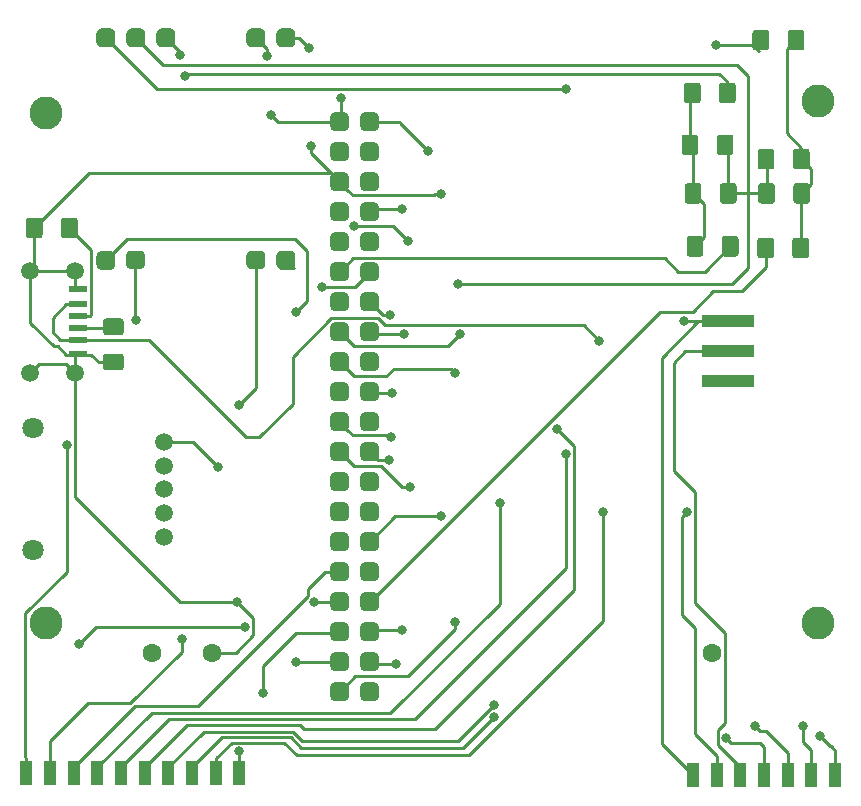
<source format=gbr>
G04 #@! TF.GenerationSoftware,KiCad,Pcbnew,5.1.9+dfsg1-1*
G04 #@! TF.CreationDate,2022-02-14T22:33:46+00:00*
G04 #@! TF.ProjectId,gbc_retrozero_screen_rev_b,6762635f-7265-4747-926f-7a65726f5f73,rev?*
G04 #@! TF.SameCoordinates,Original*
G04 #@! TF.FileFunction,Copper,L2,Bot*
G04 #@! TF.FilePolarity,Positive*
%FSLAX46Y46*%
G04 Gerber Fmt 4.6, Leading zero omitted, Abs format (unit mm)*
G04 Created by KiCad (PCBNEW 5.1.9+dfsg1-1) date 2022-02-14 22:33:46*
%MOMM*%
%LPD*%
G01*
G04 APERTURE LIST*
G04 #@! TA.AperFunction,ComponentPad*
%ADD10C,2.800000*%
G04 #@! TD*
G04 #@! TA.AperFunction,SMDPad,CuDef*
%ADD11R,4.500000X1.000000*%
G04 #@! TD*
G04 #@! TA.AperFunction,ComponentPad*
%ADD12C,1.500000*%
G04 #@! TD*
G04 #@! TA.AperFunction,ComponentPad*
%ADD13C,1.800000*%
G04 #@! TD*
G04 #@! TA.AperFunction,SMDPad,CuDef*
%ADD14R,1.500000X0.500000*%
G04 #@! TD*
G04 #@! TA.AperFunction,SMDPad,CuDef*
%ADD15R,1.500000X0.600000*%
G04 #@! TD*
G04 #@! TA.AperFunction,SMDPad,CuDef*
%ADD16R,1.000000X2.000000*%
G04 #@! TD*
G04 #@! TA.AperFunction,ComponentPad*
%ADD17C,1.600000*%
G04 #@! TD*
G04 #@! TA.AperFunction,ViaPad*
%ADD18C,0.800000*%
G04 #@! TD*
G04 #@! TA.AperFunction,Conductor*
%ADD19C,0.250000*%
G04 #@! TD*
G04 APERTURE END LIST*
G04 #@! TA.AperFunction,SMDPad,CuDef*
G36*
G01*
X57820000Y-56250000D02*
X57820000Y-55450000D01*
G75*
G02*
X58220000Y-55050000I400000J0D01*
G01*
X59020000Y-55050000D01*
G75*
G02*
X59420000Y-55450000I0J-400000D01*
G01*
X59420000Y-56250000D01*
G75*
G02*
X59020000Y-56650000I-400000J0D01*
G01*
X58220000Y-56650000D01*
G75*
G02*
X57820000Y-56250000I0J400000D01*
G01*
G37*
G04 #@! TD.AperFunction*
G04 #@! TA.AperFunction,SMDPad,CuDef*
G36*
G01*
X60360000Y-56250000D02*
X60360000Y-55450000D01*
G75*
G02*
X60760000Y-55050000I400000J0D01*
G01*
X61560000Y-55050000D01*
G75*
G02*
X61960000Y-55450000I0J-400000D01*
G01*
X61960000Y-56250000D01*
G75*
G02*
X61560000Y-56650000I-400000J0D01*
G01*
X60760000Y-56650000D01*
G75*
G02*
X60360000Y-56250000I0J400000D01*
G01*
G37*
G04 #@! TD.AperFunction*
G04 #@! TA.AperFunction,SMDPad,CuDef*
G36*
G01*
X62900000Y-56250000D02*
X62900000Y-55450000D01*
G75*
G02*
X63300000Y-55050000I400000J0D01*
G01*
X64100000Y-55050000D01*
G75*
G02*
X64500000Y-55450000I0J-400000D01*
G01*
X64500000Y-56250000D01*
G75*
G02*
X64100000Y-56650000I-400000J0D01*
G01*
X63300000Y-56650000D01*
G75*
G02*
X62900000Y-56250000I0J400000D01*
G01*
G37*
G04 #@! TD.AperFunction*
G04 #@! TA.AperFunction,SMDPad,CuDef*
G36*
G01*
X70520000Y-56250000D02*
X70520000Y-55450000D01*
G75*
G02*
X70920000Y-55050000I400000J0D01*
G01*
X71720000Y-55050000D01*
G75*
G02*
X72120000Y-55450000I0J-400000D01*
G01*
X72120000Y-56250000D01*
G75*
G02*
X71720000Y-56650000I-400000J0D01*
G01*
X70920000Y-56650000D01*
G75*
G02*
X70520000Y-56250000I0J400000D01*
G01*
G37*
G04 #@! TD.AperFunction*
G04 #@! TA.AperFunction,SMDPad,CuDef*
G36*
G01*
X73060000Y-56250000D02*
X73060000Y-55450000D01*
G75*
G02*
X73460000Y-55050000I400000J0D01*
G01*
X74260000Y-55050000D01*
G75*
G02*
X74660000Y-55450000I0J-400000D01*
G01*
X74660000Y-56250000D01*
G75*
G02*
X74260000Y-56650000I-400000J0D01*
G01*
X73460000Y-56650000D01*
G75*
G02*
X73060000Y-56250000I0J400000D01*
G01*
G37*
G04 #@! TD.AperFunction*
G04 #@! TA.AperFunction,SMDPad,CuDef*
G36*
G01*
X57820000Y-75096800D02*
X57820000Y-74296800D01*
G75*
G02*
X58220000Y-73896800I400000J0D01*
G01*
X59020000Y-73896800D01*
G75*
G02*
X59420000Y-74296800I0J-400000D01*
G01*
X59420000Y-75096800D01*
G75*
G02*
X59020000Y-75496800I-400000J0D01*
G01*
X58220000Y-75496800D01*
G75*
G02*
X57820000Y-75096800I0J400000D01*
G01*
G37*
G04 #@! TD.AperFunction*
G04 #@! TA.AperFunction,SMDPad,CuDef*
G36*
G01*
X60321900Y-75058700D02*
X60321900Y-74258700D01*
G75*
G02*
X60721900Y-73858700I400000J0D01*
G01*
X61521900Y-73858700D01*
G75*
G02*
X61921900Y-74258700I0J-400000D01*
G01*
X61921900Y-75058700D01*
G75*
G02*
X61521900Y-75458700I-400000J0D01*
G01*
X60721900Y-75458700D01*
G75*
G02*
X60321900Y-75058700I0J400000D01*
G01*
G37*
G04 #@! TD.AperFunction*
G04 #@! TA.AperFunction,SMDPad,CuDef*
G36*
G01*
X70520000Y-75058700D02*
X70520000Y-74258700D01*
G75*
G02*
X70920000Y-73858700I400000J0D01*
G01*
X71720000Y-73858700D01*
G75*
G02*
X72120000Y-74258700I0J-400000D01*
G01*
X72120000Y-75058700D01*
G75*
G02*
X71720000Y-75458700I-400000J0D01*
G01*
X70920000Y-75458700D01*
G75*
G02*
X70520000Y-75058700I0J400000D01*
G01*
G37*
G04 #@! TD.AperFunction*
G04 #@! TA.AperFunction,SMDPad,CuDef*
G36*
G01*
X73060000Y-75058700D02*
X73060000Y-74258700D01*
G75*
G02*
X73460000Y-73858700I400000J0D01*
G01*
X74260000Y-73858700D01*
G75*
G02*
X74660000Y-74258700I0J-400000D01*
G01*
X74660000Y-75058700D01*
G75*
G02*
X74260000Y-75458700I-400000J0D01*
G01*
X73460000Y-75458700D01*
G75*
G02*
X73060000Y-75058700I0J400000D01*
G01*
G37*
G04 #@! TD.AperFunction*
G04 #@! TA.AperFunction,SMDPad,CuDef*
G36*
G01*
X80540000Y-62150000D02*
X81340000Y-62150000D01*
G75*
G02*
X81740000Y-62550000I0J-400000D01*
G01*
X81740000Y-63350000D01*
G75*
G02*
X81340000Y-63750000I-400000J0D01*
G01*
X80540000Y-63750000D01*
G75*
G02*
X80140000Y-63350000I0J400000D01*
G01*
X80140000Y-62550000D01*
G75*
G02*
X80540000Y-62150000I400000J0D01*
G01*
G37*
G04 #@! TD.AperFunction*
G04 #@! TA.AperFunction,SMDPad,CuDef*
G36*
G01*
X78000000Y-62150000D02*
X78800000Y-62150000D01*
G75*
G02*
X79200000Y-62550000I0J-400000D01*
G01*
X79200000Y-63350000D01*
G75*
G02*
X78800000Y-63750000I-400000J0D01*
G01*
X78000000Y-63750000D01*
G75*
G02*
X77600000Y-63350000I0J400000D01*
G01*
X77600000Y-62550000D01*
G75*
G02*
X78000000Y-62150000I400000J0D01*
G01*
G37*
G04 #@! TD.AperFunction*
G04 #@! TA.AperFunction,SMDPad,CuDef*
G36*
G01*
X80540000Y-64690000D02*
X81340000Y-64690000D01*
G75*
G02*
X81740000Y-65090000I0J-400000D01*
G01*
X81740000Y-65890000D01*
G75*
G02*
X81340000Y-66290000I-400000J0D01*
G01*
X80540000Y-66290000D01*
G75*
G02*
X80140000Y-65890000I0J400000D01*
G01*
X80140000Y-65090000D01*
G75*
G02*
X80540000Y-64690000I400000J0D01*
G01*
G37*
G04 #@! TD.AperFunction*
G04 #@! TA.AperFunction,SMDPad,CuDef*
G36*
G01*
X78000000Y-64690000D02*
X78800000Y-64690000D01*
G75*
G02*
X79200000Y-65090000I0J-400000D01*
G01*
X79200000Y-65890000D01*
G75*
G02*
X78800000Y-66290000I-400000J0D01*
G01*
X78000000Y-66290000D01*
G75*
G02*
X77600000Y-65890000I0J400000D01*
G01*
X77600000Y-65090000D01*
G75*
G02*
X78000000Y-64690000I400000J0D01*
G01*
G37*
G04 #@! TD.AperFunction*
G04 #@! TA.AperFunction,SMDPad,CuDef*
G36*
G01*
X80540000Y-67230000D02*
X81340000Y-67230000D01*
G75*
G02*
X81740000Y-67630000I0J-400000D01*
G01*
X81740000Y-68430000D01*
G75*
G02*
X81340000Y-68830000I-400000J0D01*
G01*
X80540000Y-68830000D01*
G75*
G02*
X80140000Y-68430000I0J400000D01*
G01*
X80140000Y-67630000D01*
G75*
G02*
X80540000Y-67230000I400000J0D01*
G01*
G37*
G04 #@! TD.AperFunction*
G04 #@! TA.AperFunction,SMDPad,CuDef*
G36*
G01*
X78000000Y-67230000D02*
X78800000Y-67230000D01*
G75*
G02*
X79200000Y-67630000I0J-400000D01*
G01*
X79200000Y-68430000D01*
G75*
G02*
X78800000Y-68830000I-400000J0D01*
G01*
X78000000Y-68830000D01*
G75*
G02*
X77600000Y-68430000I0J400000D01*
G01*
X77600000Y-67630000D01*
G75*
G02*
X78000000Y-67230000I400000J0D01*
G01*
G37*
G04 #@! TD.AperFunction*
G04 #@! TA.AperFunction,SMDPad,CuDef*
G36*
G01*
X80540000Y-69770000D02*
X81340000Y-69770000D01*
G75*
G02*
X81740000Y-70170000I0J-400000D01*
G01*
X81740000Y-70970000D01*
G75*
G02*
X81340000Y-71370000I-400000J0D01*
G01*
X80540000Y-71370000D01*
G75*
G02*
X80140000Y-70970000I0J400000D01*
G01*
X80140000Y-70170000D01*
G75*
G02*
X80540000Y-69770000I400000J0D01*
G01*
G37*
G04 #@! TD.AperFunction*
G04 #@! TA.AperFunction,SMDPad,CuDef*
G36*
G01*
X78000000Y-69770000D02*
X78800000Y-69770000D01*
G75*
G02*
X79200000Y-70170000I0J-400000D01*
G01*
X79200000Y-70970000D01*
G75*
G02*
X78800000Y-71370000I-400000J0D01*
G01*
X78000000Y-71370000D01*
G75*
G02*
X77600000Y-70970000I0J400000D01*
G01*
X77600000Y-70170000D01*
G75*
G02*
X78000000Y-69770000I400000J0D01*
G01*
G37*
G04 #@! TD.AperFunction*
G04 #@! TA.AperFunction,SMDPad,CuDef*
G36*
G01*
X80540000Y-72310000D02*
X81340000Y-72310000D01*
G75*
G02*
X81740000Y-72710000I0J-400000D01*
G01*
X81740000Y-73510000D01*
G75*
G02*
X81340000Y-73910000I-400000J0D01*
G01*
X80540000Y-73910000D01*
G75*
G02*
X80140000Y-73510000I0J400000D01*
G01*
X80140000Y-72710000D01*
G75*
G02*
X80540000Y-72310000I400000J0D01*
G01*
G37*
G04 #@! TD.AperFunction*
G04 #@! TA.AperFunction,SMDPad,CuDef*
G36*
G01*
X78000000Y-72310000D02*
X78800000Y-72310000D01*
G75*
G02*
X79200000Y-72710000I0J-400000D01*
G01*
X79200000Y-73510000D01*
G75*
G02*
X78800000Y-73910000I-400000J0D01*
G01*
X78000000Y-73910000D01*
G75*
G02*
X77600000Y-73510000I0J400000D01*
G01*
X77600000Y-72710000D01*
G75*
G02*
X78000000Y-72310000I400000J0D01*
G01*
G37*
G04 #@! TD.AperFunction*
G04 #@! TA.AperFunction,SMDPad,CuDef*
G36*
G01*
X80540000Y-74850000D02*
X81340000Y-74850000D01*
G75*
G02*
X81740000Y-75250000I0J-400000D01*
G01*
X81740000Y-76050000D01*
G75*
G02*
X81340000Y-76450000I-400000J0D01*
G01*
X80540000Y-76450000D01*
G75*
G02*
X80140000Y-76050000I0J400000D01*
G01*
X80140000Y-75250000D01*
G75*
G02*
X80540000Y-74850000I400000J0D01*
G01*
G37*
G04 #@! TD.AperFunction*
G04 #@! TA.AperFunction,SMDPad,CuDef*
G36*
G01*
X78000000Y-74850000D02*
X78800000Y-74850000D01*
G75*
G02*
X79200000Y-75250000I0J-400000D01*
G01*
X79200000Y-76050000D01*
G75*
G02*
X78800000Y-76450000I-400000J0D01*
G01*
X78000000Y-76450000D01*
G75*
G02*
X77600000Y-76050000I0J400000D01*
G01*
X77600000Y-75250000D01*
G75*
G02*
X78000000Y-74850000I400000J0D01*
G01*
G37*
G04 #@! TD.AperFunction*
G04 #@! TA.AperFunction,SMDPad,CuDef*
G36*
G01*
X80540000Y-77390000D02*
X81340000Y-77390000D01*
G75*
G02*
X81740000Y-77790000I0J-400000D01*
G01*
X81740000Y-78590000D01*
G75*
G02*
X81340000Y-78990000I-400000J0D01*
G01*
X80540000Y-78990000D01*
G75*
G02*
X80140000Y-78590000I0J400000D01*
G01*
X80140000Y-77790000D01*
G75*
G02*
X80540000Y-77390000I400000J0D01*
G01*
G37*
G04 #@! TD.AperFunction*
G04 #@! TA.AperFunction,SMDPad,CuDef*
G36*
G01*
X78000000Y-77390000D02*
X78800000Y-77390000D01*
G75*
G02*
X79200000Y-77790000I0J-400000D01*
G01*
X79200000Y-78590000D01*
G75*
G02*
X78800000Y-78990000I-400000J0D01*
G01*
X78000000Y-78990000D01*
G75*
G02*
X77600000Y-78590000I0J400000D01*
G01*
X77600000Y-77790000D01*
G75*
G02*
X78000000Y-77390000I400000J0D01*
G01*
G37*
G04 #@! TD.AperFunction*
G04 #@! TA.AperFunction,SMDPad,CuDef*
G36*
G01*
X80540000Y-79930000D02*
X81340000Y-79930000D01*
G75*
G02*
X81740000Y-80330000I0J-400000D01*
G01*
X81740000Y-81130000D01*
G75*
G02*
X81340000Y-81530000I-400000J0D01*
G01*
X80540000Y-81530000D01*
G75*
G02*
X80140000Y-81130000I0J400000D01*
G01*
X80140000Y-80330000D01*
G75*
G02*
X80540000Y-79930000I400000J0D01*
G01*
G37*
G04 #@! TD.AperFunction*
G04 #@! TA.AperFunction,SMDPad,CuDef*
G36*
G01*
X78000000Y-79930000D02*
X78800000Y-79930000D01*
G75*
G02*
X79200000Y-80330000I0J-400000D01*
G01*
X79200000Y-81130000D01*
G75*
G02*
X78800000Y-81530000I-400000J0D01*
G01*
X78000000Y-81530000D01*
G75*
G02*
X77600000Y-81130000I0J400000D01*
G01*
X77600000Y-80330000D01*
G75*
G02*
X78000000Y-79930000I400000J0D01*
G01*
G37*
G04 #@! TD.AperFunction*
G04 #@! TA.AperFunction,SMDPad,CuDef*
G36*
G01*
X80540000Y-82470000D02*
X81340000Y-82470000D01*
G75*
G02*
X81740000Y-82870000I0J-400000D01*
G01*
X81740000Y-83670000D01*
G75*
G02*
X81340000Y-84070000I-400000J0D01*
G01*
X80540000Y-84070000D01*
G75*
G02*
X80140000Y-83670000I0J400000D01*
G01*
X80140000Y-82870000D01*
G75*
G02*
X80540000Y-82470000I400000J0D01*
G01*
G37*
G04 #@! TD.AperFunction*
G04 #@! TA.AperFunction,SMDPad,CuDef*
G36*
G01*
X78000000Y-82470000D02*
X78800000Y-82470000D01*
G75*
G02*
X79200000Y-82870000I0J-400000D01*
G01*
X79200000Y-83670000D01*
G75*
G02*
X78800000Y-84070000I-400000J0D01*
G01*
X78000000Y-84070000D01*
G75*
G02*
X77600000Y-83670000I0J400000D01*
G01*
X77600000Y-82870000D01*
G75*
G02*
X78000000Y-82470000I400000J0D01*
G01*
G37*
G04 #@! TD.AperFunction*
G04 #@! TA.AperFunction,SMDPad,CuDef*
G36*
G01*
X80540000Y-85010000D02*
X81340000Y-85010000D01*
G75*
G02*
X81740000Y-85410000I0J-400000D01*
G01*
X81740000Y-86210000D01*
G75*
G02*
X81340000Y-86610000I-400000J0D01*
G01*
X80540000Y-86610000D01*
G75*
G02*
X80140000Y-86210000I0J400000D01*
G01*
X80140000Y-85410000D01*
G75*
G02*
X80540000Y-85010000I400000J0D01*
G01*
G37*
G04 #@! TD.AperFunction*
G04 #@! TA.AperFunction,SMDPad,CuDef*
G36*
G01*
X78000000Y-85010000D02*
X78800000Y-85010000D01*
G75*
G02*
X79200000Y-85410000I0J-400000D01*
G01*
X79200000Y-86210000D01*
G75*
G02*
X78800000Y-86610000I-400000J0D01*
G01*
X78000000Y-86610000D01*
G75*
G02*
X77600000Y-86210000I0J400000D01*
G01*
X77600000Y-85410000D01*
G75*
G02*
X78000000Y-85010000I400000J0D01*
G01*
G37*
G04 #@! TD.AperFunction*
G04 #@! TA.AperFunction,SMDPad,CuDef*
G36*
G01*
X80540000Y-87550000D02*
X81340000Y-87550000D01*
G75*
G02*
X81740000Y-87950000I0J-400000D01*
G01*
X81740000Y-88750000D01*
G75*
G02*
X81340000Y-89150000I-400000J0D01*
G01*
X80540000Y-89150000D01*
G75*
G02*
X80140000Y-88750000I0J400000D01*
G01*
X80140000Y-87950000D01*
G75*
G02*
X80540000Y-87550000I400000J0D01*
G01*
G37*
G04 #@! TD.AperFunction*
G04 #@! TA.AperFunction,SMDPad,CuDef*
G36*
G01*
X78000000Y-87550000D02*
X78800000Y-87550000D01*
G75*
G02*
X79200000Y-87950000I0J-400000D01*
G01*
X79200000Y-88750000D01*
G75*
G02*
X78800000Y-89150000I-400000J0D01*
G01*
X78000000Y-89150000D01*
G75*
G02*
X77600000Y-88750000I0J400000D01*
G01*
X77600000Y-87950000D01*
G75*
G02*
X78000000Y-87550000I400000J0D01*
G01*
G37*
G04 #@! TD.AperFunction*
G04 #@! TA.AperFunction,SMDPad,CuDef*
G36*
G01*
X80540000Y-90090000D02*
X81340000Y-90090000D01*
G75*
G02*
X81740000Y-90490000I0J-400000D01*
G01*
X81740000Y-91290000D01*
G75*
G02*
X81340000Y-91690000I-400000J0D01*
G01*
X80540000Y-91690000D01*
G75*
G02*
X80140000Y-91290000I0J400000D01*
G01*
X80140000Y-90490000D01*
G75*
G02*
X80540000Y-90090000I400000J0D01*
G01*
G37*
G04 #@! TD.AperFunction*
G04 #@! TA.AperFunction,SMDPad,CuDef*
G36*
G01*
X78000000Y-90090000D02*
X78800000Y-90090000D01*
G75*
G02*
X79200000Y-90490000I0J-400000D01*
G01*
X79200000Y-91290000D01*
G75*
G02*
X78800000Y-91690000I-400000J0D01*
G01*
X78000000Y-91690000D01*
G75*
G02*
X77600000Y-91290000I0J400000D01*
G01*
X77600000Y-90490000D01*
G75*
G02*
X78000000Y-90090000I400000J0D01*
G01*
G37*
G04 #@! TD.AperFunction*
G04 #@! TA.AperFunction,SMDPad,CuDef*
G36*
G01*
X80540000Y-92630000D02*
X81340000Y-92630000D01*
G75*
G02*
X81740000Y-93030000I0J-400000D01*
G01*
X81740000Y-93830000D01*
G75*
G02*
X81340000Y-94230000I-400000J0D01*
G01*
X80540000Y-94230000D01*
G75*
G02*
X80140000Y-93830000I0J400000D01*
G01*
X80140000Y-93030000D01*
G75*
G02*
X80540000Y-92630000I400000J0D01*
G01*
G37*
G04 #@! TD.AperFunction*
G04 #@! TA.AperFunction,SMDPad,CuDef*
G36*
G01*
X78000000Y-92630000D02*
X78800000Y-92630000D01*
G75*
G02*
X79200000Y-93030000I0J-400000D01*
G01*
X79200000Y-93830000D01*
G75*
G02*
X78800000Y-94230000I-400000J0D01*
G01*
X78000000Y-94230000D01*
G75*
G02*
X77600000Y-93830000I0J400000D01*
G01*
X77600000Y-93030000D01*
G75*
G02*
X78000000Y-92630000I400000J0D01*
G01*
G37*
G04 #@! TD.AperFunction*
G04 #@! TA.AperFunction,SMDPad,CuDef*
G36*
G01*
X80540000Y-95170000D02*
X81340000Y-95170000D01*
G75*
G02*
X81740000Y-95570000I0J-400000D01*
G01*
X81740000Y-96370000D01*
G75*
G02*
X81340000Y-96770000I-400000J0D01*
G01*
X80540000Y-96770000D01*
G75*
G02*
X80140000Y-96370000I0J400000D01*
G01*
X80140000Y-95570000D01*
G75*
G02*
X80540000Y-95170000I400000J0D01*
G01*
G37*
G04 #@! TD.AperFunction*
G04 #@! TA.AperFunction,SMDPad,CuDef*
G36*
G01*
X78000000Y-95170000D02*
X78800000Y-95170000D01*
G75*
G02*
X79200000Y-95570000I0J-400000D01*
G01*
X79200000Y-96370000D01*
G75*
G02*
X78800000Y-96770000I-400000J0D01*
G01*
X78000000Y-96770000D01*
G75*
G02*
X77600000Y-96370000I0J400000D01*
G01*
X77600000Y-95570000D01*
G75*
G02*
X78000000Y-95170000I400000J0D01*
G01*
G37*
G04 #@! TD.AperFunction*
G04 #@! TA.AperFunction,SMDPad,CuDef*
G36*
G01*
X80540000Y-97710000D02*
X81340000Y-97710000D01*
G75*
G02*
X81740000Y-98110000I0J-400000D01*
G01*
X81740000Y-98910000D01*
G75*
G02*
X81340000Y-99310000I-400000J0D01*
G01*
X80540000Y-99310000D01*
G75*
G02*
X80140000Y-98910000I0J400000D01*
G01*
X80140000Y-98110000D01*
G75*
G02*
X80540000Y-97710000I400000J0D01*
G01*
G37*
G04 #@! TD.AperFunction*
G04 #@! TA.AperFunction,SMDPad,CuDef*
G36*
G01*
X78000000Y-97710000D02*
X78800000Y-97710000D01*
G75*
G02*
X79200000Y-98110000I0J-400000D01*
G01*
X79200000Y-98910000D01*
G75*
G02*
X78800000Y-99310000I-400000J0D01*
G01*
X78000000Y-99310000D01*
G75*
G02*
X77600000Y-98910000I0J400000D01*
G01*
X77600000Y-98110000D01*
G75*
G02*
X78000000Y-97710000I400000J0D01*
G01*
G37*
G04 #@! TD.AperFunction*
G04 #@! TA.AperFunction,SMDPad,CuDef*
G36*
G01*
X80540000Y-100250000D02*
X81340000Y-100250000D01*
G75*
G02*
X81740000Y-100650000I0J-400000D01*
G01*
X81740000Y-101450000D01*
G75*
G02*
X81340000Y-101850000I-400000J0D01*
G01*
X80540000Y-101850000D01*
G75*
G02*
X80140000Y-101450000I0J400000D01*
G01*
X80140000Y-100650000D01*
G75*
G02*
X80540000Y-100250000I400000J0D01*
G01*
G37*
G04 #@! TD.AperFunction*
G04 #@! TA.AperFunction,SMDPad,CuDef*
G36*
G01*
X78000000Y-100250000D02*
X78800000Y-100250000D01*
G75*
G02*
X79200000Y-100650000I0J-400000D01*
G01*
X79200000Y-101450000D01*
G75*
G02*
X78800000Y-101850000I-400000J0D01*
G01*
X78000000Y-101850000D01*
G75*
G02*
X77600000Y-101450000I0J400000D01*
G01*
X77600000Y-100650000D01*
G75*
G02*
X78000000Y-100250000I400000J0D01*
G01*
G37*
G04 #@! TD.AperFunction*
G04 #@! TA.AperFunction,SMDPad,CuDef*
G36*
G01*
X80540000Y-102790000D02*
X81340000Y-102790000D01*
G75*
G02*
X81740000Y-103190000I0J-400000D01*
G01*
X81740000Y-103990000D01*
G75*
G02*
X81340000Y-104390000I-400000J0D01*
G01*
X80540000Y-104390000D01*
G75*
G02*
X80140000Y-103990000I0J400000D01*
G01*
X80140000Y-103190000D01*
G75*
G02*
X80540000Y-102790000I400000J0D01*
G01*
G37*
G04 #@! TD.AperFunction*
G04 #@! TA.AperFunction,SMDPad,CuDef*
G36*
G01*
X78000000Y-102790000D02*
X78800000Y-102790000D01*
G75*
G02*
X79200000Y-103190000I0J-400000D01*
G01*
X79200000Y-103990000D01*
G75*
G02*
X78800000Y-104390000I-400000J0D01*
G01*
X78000000Y-104390000D01*
G75*
G02*
X77600000Y-103990000I0J400000D01*
G01*
X77600000Y-103190000D01*
G75*
G02*
X78000000Y-102790000I400000J0D01*
G01*
G37*
G04 #@! TD.AperFunction*
G04 #@! TA.AperFunction,SMDPad,CuDef*
G36*
G01*
X80540000Y-105330000D02*
X81340000Y-105330000D01*
G75*
G02*
X81740000Y-105730000I0J-400000D01*
G01*
X81740000Y-106530000D01*
G75*
G02*
X81340000Y-106930000I-400000J0D01*
G01*
X80540000Y-106930000D01*
G75*
G02*
X80140000Y-106530000I0J400000D01*
G01*
X80140000Y-105730000D01*
G75*
G02*
X80540000Y-105330000I400000J0D01*
G01*
G37*
G04 #@! TD.AperFunction*
G04 #@! TA.AperFunction,SMDPad,CuDef*
G36*
G01*
X78000000Y-105330000D02*
X78800000Y-105330000D01*
G75*
G02*
X79200000Y-105730000I0J-400000D01*
G01*
X79200000Y-106530000D01*
G75*
G02*
X78800000Y-106930000I-400000J0D01*
G01*
X78000000Y-106930000D01*
G75*
G02*
X77600000Y-106530000I0J400000D01*
G01*
X77600000Y-105730000D01*
G75*
G02*
X78000000Y-105330000I400000J0D01*
G01*
G37*
G04 #@! TD.AperFunction*
G04 #@! TA.AperFunction,SMDPad,CuDef*
G36*
G01*
X80540000Y-107870000D02*
X81340000Y-107870000D01*
G75*
G02*
X81740000Y-108270000I0J-400000D01*
G01*
X81740000Y-109070000D01*
G75*
G02*
X81340000Y-109470000I-400000J0D01*
G01*
X80540000Y-109470000D01*
G75*
G02*
X80140000Y-109070000I0J400000D01*
G01*
X80140000Y-108270000D01*
G75*
G02*
X80540000Y-107870000I400000J0D01*
G01*
G37*
G04 #@! TD.AperFunction*
G04 #@! TA.AperFunction,SMDPad,CuDef*
G36*
G01*
X78000000Y-107870000D02*
X78800000Y-107870000D01*
G75*
G02*
X79200000Y-108270000I0J-400000D01*
G01*
X79200000Y-109070000D01*
G75*
G02*
X78800000Y-109470000I-400000J0D01*
G01*
X78000000Y-109470000D01*
G75*
G02*
X77600000Y-109070000I0J400000D01*
G01*
X77600000Y-108270000D01*
G75*
G02*
X78000000Y-107870000I400000J0D01*
G01*
G37*
G04 #@! TD.AperFunction*
G04 #@! TA.AperFunction,SMDPad,CuDef*
G36*
G01*
X80540000Y-110410000D02*
X81340000Y-110410000D01*
G75*
G02*
X81740000Y-110810000I0J-400000D01*
G01*
X81740000Y-111610000D01*
G75*
G02*
X81340000Y-112010000I-400000J0D01*
G01*
X80540000Y-112010000D01*
G75*
G02*
X80140000Y-111610000I0J400000D01*
G01*
X80140000Y-110810000D01*
G75*
G02*
X80540000Y-110410000I400000J0D01*
G01*
G37*
G04 #@! TD.AperFunction*
G04 #@! TA.AperFunction,SMDPad,CuDef*
G36*
G01*
X78000000Y-110410000D02*
X78800000Y-110410000D01*
G75*
G02*
X79200000Y-110810000I0J-400000D01*
G01*
X79200000Y-111610000D01*
G75*
G02*
X78800000Y-112010000I-400000J0D01*
G01*
X78000000Y-112010000D01*
G75*
G02*
X77600000Y-111610000I0J400000D01*
G01*
X77600000Y-110810000D01*
G75*
G02*
X78000000Y-110410000I400000J0D01*
G01*
G37*
G04 #@! TD.AperFunction*
G04 #@! TA.AperFunction,SMDPad,CuDef*
G36*
G01*
X51827500Y-72575000D02*
X51827500Y-71325000D01*
G75*
G02*
X52077500Y-71075000I250000J0D01*
G01*
X53002500Y-71075000D01*
G75*
G02*
X53252500Y-71325000I0J-250000D01*
G01*
X53252500Y-72575000D01*
G75*
G02*
X53002500Y-72825000I-250000J0D01*
G01*
X52077500Y-72825000D01*
G75*
G02*
X51827500Y-72575000I0J250000D01*
G01*
G37*
G04 #@! TD.AperFunction*
G04 #@! TA.AperFunction,SMDPad,CuDef*
G36*
G01*
X54802500Y-72575000D02*
X54802500Y-71325000D01*
G75*
G02*
X55052500Y-71075000I250000J0D01*
G01*
X55977500Y-71075000D01*
G75*
G02*
X56227500Y-71325000I0J-250000D01*
G01*
X56227500Y-72575000D01*
G75*
G02*
X55977500Y-72825000I-250000J0D01*
G01*
X55052500Y-72825000D01*
G75*
G02*
X54802500Y-72575000I0J250000D01*
G01*
G37*
G04 #@! TD.AperFunction*
D10*
X53526280Y-105401680D03*
X118918580Y-61203140D03*
X53513580Y-62219140D03*
X118918580Y-105399140D03*
D11*
X111280800Y-82389280D03*
X111280800Y-79849280D03*
X111280800Y-84929280D03*
D12*
X63569440Y-90070240D03*
X63569440Y-92076840D03*
X63569440Y-94083440D03*
X63569440Y-96090040D03*
X63569440Y-98096640D03*
D13*
X52444240Y-99252340D03*
X52456940Y-88914540D03*
G04 #@! TA.AperFunction,SMDPad,CuDef*
G36*
G01*
X59875000Y-81037500D02*
X58625000Y-81037500D01*
G75*
G02*
X58375000Y-80787500I0J250000D01*
G01*
X58375000Y-79862500D01*
G75*
G02*
X58625000Y-79612500I250000J0D01*
G01*
X59875000Y-79612500D01*
G75*
G02*
X60125000Y-79862500I0J-250000D01*
G01*
X60125000Y-80787500D01*
G75*
G02*
X59875000Y-81037500I-250000J0D01*
G01*
G37*
G04 #@! TD.AperFunction*
G04 #@! TA.AperFunction,SMDPad,CuDef*
G36*
G01*
X59875000Y-84012500D02*
X58625000Y-84012500D01*
G75*
G02*
X58375000Y-83762500I0J250000D01*
G01*
X58375000Y-82837500D01*
G75*
G02*
X58625000Y-82587500I250000J0D01*
G01*
X59875000Y-82587500D01*
G75*
G02*
X60125000Y-82837500I0J-250000D01*
G01*
X60125000Y-83762500D01*
G75*
G02*
X59875000Y-84012500I-250000J0D01*
G01*
G37*
G04 #@! TD.AperFunction*
G04 #@! TA.AperFunction,SMDPad,CuDef*
G36*
G01*
X115267500Y-68395000D02*
X115267500Y-69645000D01*
G75*
G02*
X115017500Y-69895000I-250000J0D01*
G01*
X114092500Y-69895000D01*
G75*
G02*
X113842500Y-69645000I0J250000D01*
G01*
X113842500Y-68395000D01*
G75*
G02*
X114092500Y-68145000I250000J0D01*
G01*
X115017500Y-68145000D01*
G75*
G02*
X115267500Y-68395000I0J-250000D01*
G01*
G37*
G04 #@! TD.AperFunction*
G04 #@! TA.AperFunction,SMDPad,CuDef*
G36*
G01*
X118242500Y-68395000D02*
X118242500Y-69645000D01*
G75*
G02*
X117992500Y-69895000I-250000J0D01*
G01*
X117067500Y-69895000D01*
G75*
G02*
X116817500Y-69645000I0J250000D01*
G01*
X116817500Y-68395000D01*
G75*
G02*
X117067500Y-68145000I250000J0D01*
G01*
X117992500Y-68145000D01*
G75*
G02*
X118242500Y-68395000I0J-250000D01*
G01*
G37*
G04 #@! TD.AperFunction*
G04 #@! TA.AperFunction,SMDPad,CuDef*
G36*
G01*
X112017500Y-68395000D02*
X112017500Y-69645000D01*
G75*
G02*
X111767500Y-69895000I-250000J0D01*
G01*
X110842500Y-69895000D01*
G75*
G02*
X110592500Y-69645000I0J250000D01*
G01*
X110592500Y-68395000D01*
G75*
G02*
X110842500Y-68145000I250000J0D01*
G01*
X111767500Y-68145000D01*
G75*
G02*
X112017500Y-68395000I0J-250000D01*
G01*
G37*
G04 #@! TD.AperFunction*
G04 #@! TA.AperFunction,SMDPad,CuDef*
G36*
G01*
X109042500Y-68395000D02*
X109042500Y-69645000D01*
G75*
G02*
X108792500Y-69895000I-250000J0D01*
G01*
X107867500Y-69895000D01*
G75*
G02*
X107617500Y-69645000I0J250000D01*
G01*
X107617500Y-68395000D01*
G75*
G02*
X107867500Y-68145000I250000J0D01*
G01*
X108792500Y-68145000D01*
G75*
G02*
X109042500Y-68395000I0J-250000D01*
G01*
G37*
G04 #@! TD.AperFunction*
G04 #@! TA.AperFunction,SMDPad,CuDef*
G36*
G01*
X113357500Y-56665000D02*
X113357500Y-55415000D01*
G75*
G02*
X113607500Y-55165000I250000J0D01*
G01*
X114532500Y-55165000D01*
G75*
G02*
X114782500Y-55415000I0J-250000D01*
G01*
X114782500Y-56665000D01*
G75*
G02*
X114532500Y-56915000I-250000J0D01*
G01*
X113607500Y-56915000D01*
G75*
G02*
X113357500Y-56665000I0J250000D01*
G01*
G37*
G04 #@! TD.AperFunction*
G04 #@! TA.AperFunction,SMDPad,CuDef*
G36*
G01*
X116332500Y-56665000D02*
X116332500Y-55415000D01*
G75*
G02*
X116582500Y-55165000I250000J0D01*
G01*
X117507500Y-55165000D01*
G75*
G02*
X117757500Y-55415000I0J-250000D01*
G01*
X117757500Y-56665000D01*
G75*
G02*
X117507500Y-56915000I-250000J0D01*
G01*
X116582500Y-56915000D01*
G75*
G02*
X116332500Y-56665000I0J250000D01*
G01*
G37*
G04 #@! TD.AperFunction*
G04 #@! TA.AperFunction,SMDPad,CuDef*
G36*
G01*
X108972500Y-59895000D02*
X108972500Y-61145000D01*
G75*
G02*
X108722500Y-61395000I-250000J0D01*
G01*
X107797500Y-61395000D01*
G75*
G02*
X107547500Y-61145000I0J250000D01*
G01*
X107547500Y-59895000D01*
G75*
G02*
X107797500Y-59645000I250000J0D01*
G01*
X108722500Y-59645000D01*
G75*
G02*
X108972500Y-59895000I0J-250000D01*
G01*
G37*
G04 #@! TD.AperFunction*
G04 #@! TA.AperFunction,SMDPad,CuDef*
G36*
G01*
X111947500Y-59895000D02*
X111947500Y-61145000D01*
G75*
G02*
X111697500Y-61395000I-250000J0D01*
G01*
X110772500Y-61395000D01*
G75*
G02*
X110522500Y-61145000I0J250000D01*
G01*
X110522500Y-59895000D01*
G75*
G02*
X110772500Y-59645000I250000J0D01*
G01*
X111697500Y-59645000D01*
G75*
G02*
X111947500Y-59895000I0J-250000D01*
G01*
G37*
G04 #@! TD.AperFunction*
G04 #@! TA.AperFunction,SMDPad,CuDef*
G36*
G01*
X118162500Y-73025000D02*
X118162500Y-74275000D01*
G75*
G02*
X117912500Y-74525000I-250000J0D01*
G01*
X116987500Y-74525000D01*
G75*
G02*
X116737500Y-74275000I0J250000D01*
G01*
X116737500Y-73025000D01*
G75*
G02*
X116987500Y-72775000I250000J0D01*
G01*
X117912500Y-72775000D01*
G75*
G02*
X118162500Y-73025000I0J-250000D01*
G01*
G37*
G04 #@! TD.AperFunction*
G04 #@! TA.AperFunction,SMDPad,CuDef*
G36*
G01*
X115187500Y-73025000D02*
X115187500Y-74275000D01*
G75*
G02*
X114937500Y-74525000I-250000J0D01*
G01*
X114012500Y-74525000D01*
G75*
G02*
X113762500Y-74275000I0J250000D01*
G01*
X113762500Y-73025000D01*
G75*
G02*
X114012500Y-72775000I250000J0D01*
G01*
X114937500Y-72775000D01*
G75*
G02*
X115187500Y-73025000I0J-250000D01*
G01*
G37*
G04 #@! TD.AperFunction*
G04 #@! TA.AperFunction,SMDPad,CuDef*
G36*
G01*
X110752500Y-74125000D02*
X110752500Y-72875000D01*
G75*
G02*
X111002500Y-72625000I250000J0D01*
G01*
X111927500Y-72625000D01*
G75*
G02*
X112177500Y-72875000I0J-250000D01*
G01*
X112177500Y-74125000D01*
G75*
G02*
X111927500Y-74375000I-250000J0D01*
G01*
X111002500Y-74375000D01*
G75*
G02*
X110752500Y-74125000I0J250000D01*
G01*
G37*
G04 #@! TD.AperFunction*
G04 #@! TA.AperFunction,SMDPad,CuDef*
G36*
G01*
X107777500Y-74125000D02*
X107777500Y-72875000D01*
G75*
G02*
X108027500Y-72625000I250000J0D01*
G01*
X108952500Y-72625000D01*
G75*
G02*
X109202500Y-72875000I0J-250000D01*
G01*
X109202500Y-74125000D01*
G75*
G02*
X108952500Y-74375000I-250000J0D01*
G01*
X108027500Y-74375000D01*
G75*
G02*
X107777500Y-74125000I0J250000D01*
G01*
G37*
G04 #@! TD.AperFunction*
G04 #@! TA.AperFunction,SMDPad,CuDef*
G36*
G01*
X115217500Y-65485000D02*
X115217500Y-66735000D01*
G75*
G02*
X114967500Y-66985000I-250000J0D01*
G01*
X114042500Y-66985000D01*
G75*
G02*
X113792500Y-66735000I0J250000D01*
G01*
X113792500Y-65485000D01*
G75*
G02*
X114042500Y-65235000I250000J0D01*
G01*
X114967500Y-65235000D01*
G75*
G02*
X115217500Y-65485000I0J-250000D01*
G01*
G37*
G04 #@! TD.AperFunction*
G04 #@! TA.AperFunction,SMDPad,CuDef*
G36*
G01*
X118192500Y-65485000D02*
X118192500Y-66735000D01*
G75*
G02*
X117942500Y-66985000I-250000J0D01*
G01*
X117017500Y-66985000D01*
G75*
G02*
X116767500Y-66735000I0J250000D01*
G01*
X116767500Y-65485000D01*
G75*
G02*
X117017500Y-65235000I250000J0D01*
G01*
X117942500Y-65235000D01*
G75*
G02*
X118192500Y-65485000I0J-250000D01*
G01*
G37*
G04 #@! TD.AperFunction*
G04 #@! TA.AperFunction,SMDPad,CuDef*
G36*
G01*
X111752500Y-64295000D02*
X111752500Y-65545000D01*
G75*
G02*
X111502500Y-65795000I-250000J0D01*
G01*
X110577500Y-65795000D01*
G75*
G02*
X110327500Y-65545000I0J250000D01*
G01*
X110327500Y-64295000D01*
G75*
G02*
X110577500Y-64045000I250000J0D01*
G01*
X111502500Y-64045000D01*
G75*
G02*
X111752500Y-64295000I0J-250000D01*
G01*
G37*
G04 #@! TD.AperFunction*
G04 #@! TA.AperFunction,SMDPad,CuDef*
G36*
G01*
X108777500Y-64295000D02*
X108777500Y-65545000D01*
G75*
G02*
X108527500Y-65795000I-250000J0D01*
G01*
X107602500Y-65795000D01*
G75*
G02*
X107352500Y-65545000I0J250000D01*
G01*
X107352500Y-64295000D01*
G75*
G02*
X107602500Y-64045000I250000J0D01*
G01*
X108527500Y-64045000D01*
G75*
G02*
X108777500Y-64295000I0J-250000D01*
G01*
G37*
G04 #@! TD.AperFunction*
D14*
X56274000Y-79402000D03*
X56279080Y-80418000D03*
X56279080Y-81428920D03*
X56268920Y-78380920D03*
D15*
X56279080Y-82658280D03*
X56268920Y-77151560D03*
D12*
X56020000Y-84228000D03*
X56020000Y-75592000D03*
X52222700Y-75592000D03*
X52222700Y-84228000D03*
D16*
X57901840Y-118110000D03*
X59903360Y-118110000D03*
X61904880Y-118110000D03*
X63911480Y-118110000D03*
X65913000Y-118110000D03*
X55900320Y-118110000D03*
X67914520Y-118110000D03*
X69916040Y-118110000D03*
X53893720Y-118110000D03*
X51887120Y-118110000D03*
D17*
X109931200Y-107899200D03*
X62534800Y-107899200D03*
X67614800Y-107899200D03*
D16*
X112339120Y-118262400D03*
X114340640Y-118262400D03*
X116342160Y-118262400D03*
X118343680Y-118262400D03*
X120345200Y-118262400D03*
X110337600Y-118262400D03*
X108331000Y-118262400D03*
D18*
X85880000Y-65470000D03*
X72620000Y-62380000D03*
X78550000Y-60915000D03*
X72263000Y-57391300D03*
X107569000Y-79832200D03*
X97540000Y-91060000D03*
X83650000Y-70320000D03*
X76923900Y-76923900D03*
X65024000Y-106756200D03*
X82710000Y-79330000D03*
X55290480Y-90297000D03*
X79629000Y-71755000D03*
X84201000Y-73025000D03*
X83820000Y-80919999D03*
X96815000Y-89000000D03*
X88590000Y-80920000D03*
X91970000Y-95260000D03*
X88210000Y-84250000D03*
X82810000Y-85880000D03*
X82790000Y-89660000D03*
X82560000Y-91610000D03*
X84400000Y-93900000D03*
X100670000Y-95970000D03*
X86980000Y-96370000D03*
X91440000Y-112350000D03*
X83700000Y-105970000D03*
X71932800Y-111302800D03*
X91458115Y-113357190D03*
X83140000Y-108830000D03*
X56360000Y-107130000D03*
X70380000Y-105740000D03*
X74730000Y-108710000D03*
X69850000Y-116245010D03*
X88140000Y-105340000D03*
X113600000Y-114100000D03*
X74720000Y-79080000D03*
X117600000Y-114080000D03*
X68122800Y-92163900D03*
X76220000Y-103620000D03*
X69720000Y-103600000D03*
X75990000Y-65010000D03*
X119040000Y-114930000D03*
X88417400Y-76682600D03*
X87020400Y-69075300D03*
X75780900Y-56680100D03*
X97600000Y-60190000D03*
X110280000Y-56460000D03*
X61150500Y-79743300D03*
X69850000Y-86950000D03*
X111140000Y-115150000D03*
X100370000Y-81510000D03*
X107780000Y-96000000D03*
X65340000Y-59120000D03*
X64900000Y-57290000D03*
D19*
X83510000Y-62950000D02*
X80940000Y-62950000D01*
X83510000Y-63100000D02*
X85880000Y-65470000D01*
X83510000Y-62950000D02*
X83510000Y-63100000D01*
X73190000Y-62950000D02*
X72620000Y-62380000D01*
X78400000Y-62950000D02*
X73190000Y-62950000D01*
X78550000Y-62800000D02*
X78400000Y-62950000D01*
X78550000Y-60915000D02*
X78550000Y-62800000D01*
X72263000Y-56793000D02*
X71320000Y-55850000D01*
X72263000Y-57391300D02*
X72263000Y-56793000D01*
X107586080Y-79849280D02*
X107569000Y-79832200D01*
X111280800Y-79849280D02*
X107586080Y-79849280D01*
X108780800Y-79849280D02*
X111280800Y-79849280D01*
X105692121Y-82937959D02*
X108780800Y-79849280D01*
X105692121Y-115623521D02*
X105692121Y-82937959D01*
X108331000Y-118262400D02*
X105692121Y-115623521D01*
X81190000Y-70320000D02*
X80940000Y-70570000D01*
X83650000Y-70320000D02*
X81190000Y-70320000D01*
X97540000Y-100770000D02*
X97540000Y-91060000D01*
X59903360Y-118110000D02*
X59903360Y-117610000D01*
X59903360Y-117610000D02*
X63969360Y-113544000D01*
X84772000Y-113538000D02*
X97540000Y-100770000D01*
X63969360Y-113544000D02*
X82822410Y-113544000D01*
X82822410Y-113544000D02*
X82828410Y-113538000D01*
X82828410Y-113538000D02*
X84772000Y-113538000D01*
X80940000Y-75650000D02*
X79666100Y-76923900D01*
X79666100Y-76923900D02*
X76923900Y-76923900D01*
X57111900Y-112179100D02*
X53893720Y-115397280D01*
X53893720Y-115397280D02*
X53893720Y-118110000D01*
X60694810Y-112179100D02*
X57111900Y-112179100D01*
X65024000Y-107849910D02*
X60694810Y-112179100D01*
X65024000Y-106756200D02*
X65024000Y-107849910D01*
X79525010Y-74524990D02*
X105954990Y-74524990D01*
X78400000Y-75650000D02*
X79525010Y-74524990D01*
X105954990Y-74524990D02*
X107090000Y-75660000D01*
X109305000Y-75660000D02*
X111465000Y-73500000D01*
X107090000Y-75660000D02*
X109305000Y-75660000D01*
X82080000Y-79330000D02*
X80940000Y-78190000D01*
X82710000Y-79330000D02*
X82080000Y-79330000D01*
X55290480Y-101084478D02*
X55290480Y-90297000D01*
X51801279Y-104573679D02*
X55290480Y-101084478D01*
X51801279Y-116774159D02*
X51801279Y-104573679D01*
X51887120Y-118110000D02*
X51887120Y-116860000D01*
X51887120Y-116860000D02*
X51801279Y-116774159D01*
X79629000Y-71755000D02*
X82931000Y-71755000D01*
X82931000Y-71755000D02*
X84201000Y-73025000D01*
X81129999Y-80919999D02*
X80940000Y-80730000D01*
X83820000Y-80919999D02*
X81129999Y-80919999D01*
X88590000Y-80920000D02*
X87590000Y-81920000D01*
X79590000Y-81920000D02*
X78400000Y-80730000D01*
X87590000Y-81920000D02*
X79590000Y-81920000D01*
X98265001Y-90450001D02*
X96815000Y-89000000D01*
X98265001Y-102594999D02*
X98265001Y-90450001D01*
X86450000Y-114410000D02*
X98265001Y-102594999D01*
X75413590Y-114410000D02*
X86450000Y-114410000D01*
X75049590Y-114046000D02*
X75413590Y-114410000D01*
X65468880Y-114046000D02*
X75049590Y-114046000D01*
X61904880Y-117610000D02*
X65468880Y-114046000D01*
X61904880Y-118110000D02*
X61904880Y-117610000D01*
X87810001Y-83850001D02*
X82989999Y-83850001D01*
X88210000Y-84250000D02*
X87810001Y-83850001D01*
X82989999Y-83850001D02*
X82340000Y-84500000D01*
X79630000Y-84500000D02*
X78400000Y-83270000D01*
X82340000Y-84500000D02*
X79630000Y-84500000D01*
X62481840Y-113030000D02*
X82700000Y-113030000D01*
X91970000Y-103760000D02*
X91970000Y-95260000D01*
X82700000Y-113030000D02*
X91970000Y-103760000D01*
X57901840Y-117610000D02*
X62481840Y-113030000D01*
X57901840Y-118110000D02*
X57901840Y-117610000D01*
X81010000Y-85880000D02*
X80940000Y-85810000D01*
X82810000Y-85880000D02*
X81010000Y-85880000D01*
X82605010Y-89475010D02*
X79525010Y-89475010D01*
X79153553Y-89103553D02*
X78400000Y-88350000D01*
X79525010Y-89475010D02*
X79153553Y-89103553D01*
X82790000Y-89660000D02*
X82605010Y-89475010D01*
X81660000Y-91610000D02*
X80940000Y-90890000D01*
X82560000Y-91610000D02*
X81660000Y-91610000D01*
X84400000Y-93900000D02*
X83680000Y-93900000D01*
X83680000Y-93900000D02*
X81870000Y-92090000D01*
X79600000Y-92090000D02*
X78400000Y-90890000D01*
X81870000Y-92090000D02*
X79600000Y-92090000D01*
X83080000Y-96370000D02*
X80940000Y-98510000D01*
X86980000Y-96370000D02*
X83080000Y-96370000D01*
X100670000Y-105218307D02*
X100670000Y-95970000D01*
X74760000Y-116570000D02*
X89318307Y-116570000D01*
X89318307Y-116570000D02*
X100670000Y-105218307D01*
X73710010Y-115520010D02*
X74760000Y-116570000D01*
X69254510Y-115520010D02*
X69342000Y-115520010D01*
X67914520Y-116860000D02*
X69254510Y-115520010D01*
X67914520Y-118110000D02*
X67914520Y-116860000D01*
X69342000Y-115520010D02*
X73710010Y-115520010D01*
X77500000Y-101050000D02*
X78400000Y-101050000D01*
X77125002Y-101050000D02*
X77500000Y-101050000D01*
X55900320Y-118110000D02*
X55900320Y-117610000D01*
X55900320Y-117610000D02*
X61115320Y-112395000D01*
X75692000Y-102483002D02*
X77125002Y-101050000D01*
X61115320Y-112395000D02*
X66371998Y-112395000D01*
X66371998Y-112395000D02*
X75692000Y-103074998D01*
X75692000Y-103074998D02*
X75692000Y-102483002D01*
X112445800Y-77317600D02*
X114475000Y-75288400D01*
X110007400Y-77317600D02*
X112445800Y-77317600D01*
X108300721Y-79024279D02*
X110007400Y-77317600D01*
X80940000Y-103590000D02*
X105505721Y-79024279D01*
X114475000Y-75288400D02*
X114475000Y-73650000D01*
X105505721Y-79024279D02*
X108300721Y-79024279D01*
X81334678Y-106130000D02*
X80940000Y-106130000D01*
X81494678Y-105970000D02*
X81334678Y-106130000D01*
X83700000Y-105970000D02*
X81494678Y-105970000D01*
X88400000Y-115390000D02*
X91440000Y-112350000D01*
X75230000Y-115390000D02*
X88400000Y-115390000D01*
X74422000Y-114582000D02*
X75230000Y-115390000D01*
X63911480Y-117610000D02*
X66939480Y-114582000D01*
X66939480Y-114582000D02*
X74422000Y-114582000D01*
X63911480Y-118110000D02*
X63911480Y-117610000D01*
X78320000Y-106210000D02*
X78400000Y-106130000D01*
X74720000Y-106210000D02*
X78320000Y-106210000D01*
X71932800Y-108997200D02*
X74720000Y-106210000D01*
X71932800Y-111302800D02*
X71932800Y-108997200D01*
X74273590Y-115070000D02*
X75153590Y-115950000D01*
X73590000Y-115070000D02*
X74273590Y-115070000D01*
X88865305Y-115950000D02*
X91458115Y-113357190D01*
X75153590Y-115950000D02*
X88865305Y-115950000D01*
X81100000Y-108830000D02*
X80940000Y-108670000D01*
X83140000Y-108830000D02*
X81100000Y-108830000D01*
X66010000Y-118064680D02*
X66075320Y-118130000D01*
X68453000Y-115070000D02*
X68580000Y-115070000D01*
X65913000Y-118110000D02*
X65913000Y-117610000D01*
X65913000Y-117610000D02*
X68453000Y-115070000D01*
X68580000Y-115070000D02*
X73590000Y-115070000D01*
X57750000Y-105740000D02*
X70380000Y-105740000D01*
X56360000Y-107130000D02*
X57750000Y-105740000D01*
X78360000Y-108710000D02*
X78400000Y-108670000D01*
X74730000Y-108710000D02*
X78360000Y-108710000D01*
X69850000Y-118043960D02*
X69916040Y-118110000D01*
X69850000Y-116245010D02*
X69850000Y-118043960D01*
X88140000Y-105905685D02*
X84155685Y-109890000D01*
X88140000Y-105340000D02*
X88140000Y-105905685D01*
X79720000Y-109890000D02*
X78400000Y-111210000D01*
X84155685Y-109890000D02*
X79720000Y-109890000D01*
X55515000Y-71950000D02*
X57380000Y-73815000D01*
X56255480Y-79404780D02*
X56015480Y-79404780D01*
X57380000Y-73815000D02*
X57380000Y-78280260D01*
X57380000Y-79296000D02*
X57380000Y-78280260D01*
X57274000Y-79402000D02*
X57380000Y-79296000D01*
X56274000Y-79402000D02*
X57274000Y-79402000D01*
X59154220Y-80420780D02*
X59250000Y-80325000D01*
X56015480Y-80420780D02*
X59154220Y-80420780D01*
X113999999Y-114499999D02*
X114469999Y-114499999D01*
X113600000Y-114100000D02*
X113999999Y-114499999D01*
X116346960Y-116376960D02*
X116346960Y-118260000D01*
X114469999Y-114499999D02*
X116346960Y-116376960D01*
X117600000Y-114080000D02*
X117600000Y-115440000D01*
X118348480Y-116188480D02*
X118348480Y-118260000D01*
X117600000Y-115440000D02*
X118348480Y-116188480D01*
X75641200Y-78158800D02*
X74720000Y-79080000D01*
X75641200Y-73901300D02*
X75641200Y-78158800D01*
X74663300Y-72923400D02*
X75641200Y-73901300D01*
X58620000Y-74696800D02*
X60393400Y-72923400D01*
X60393400Y-72923400D02*
X74663300Y-72923400D01*
X63569440Y-90070240D02*
X66029140Y-90070240D01*
X66029140Y-90070240D02*
X68122800Y-92163900D01*
X52968179Y-83480781D02*
X52218180Y-84230780D01*
X55265481Y-83480781D02*
X52968179Y-83480781D01*
X56015480Y-84230780D02*
X55265481Y-83480781D01*
X56015480Y-75594780D02*
X56015480Y-77156880D01*
X56015480Y-82668680D02*
X56015480Y-84230780D01*
X55265480Y-82668680D02*
X54574600Y-81977800D01*
X56015480Y-82668680D02*
X55265480Y-82668680D01*
X54574600Y-81977800D02*
X54184140Y-81977800D01*
X52218180Y-80011840D02*
X52218180Y-75594780D01*
X54184140Y-81977800D02*
X52218180Y-80011840D01*
X52540000Y-75272960D02*
X52218180Y-75594780D01*
X52540000Y-71950000D02*
X52540000Y-75272960D01*
X59250000Y-83300000D02*
X58010000Y-83300000D01*
X57378680Y-82668680D02*
X56015480Y-82668680D01*
X58010000Y-83300000D02*
X57378680Y-82668680D01*
X53278840Y-75594780D02*
X56015480Y-75594780D01*
X52218180Y-75594780D02*
X53278840Y-75594780D01*
X78370000Y-103620000D02*
X78400000Y-103590000D01*
X76220000Y-103620000D02*
X78370000Y-103620000D01*
X111305000Y-69020000D02*
X112117500Y-69020000D01*
X56015480Y-84230780D02*
X56015480Y-94725480D01*
X64890000Y-103600000D02*
X69720000Y-103600000D01*
X53311347Y-71178653D02*
X52540000Y-71950000D01*
X57213553Y-67276447D02*
X53311347Y-71178653D01*
X77646447Y-67276447D02*
X57213553Y-67276447D01*
X78400000Y-68030000D02*
X77646447Y-67276447D01*
X75990000Y-65620000D02*
X78400000Y-68030000D01*
X75990000Y-65010000D02*
X75990000Y-65620000D01*
X112990000Y-69020000D02*
X114555000Y-69020000D01*
X112117500Y-69020000D02*
X112990000Y-69020000D01*
X111305000Y-65185000D02*
X111040000Y-64920000D01*
X111305000Y-69020000D02*
X111305000Y-65185000D01*
X61160000Y-55850000D02*
X63470000Y-58160000D01*
X63470000Y-58160000D02*
X112070000Y-58160000D01*
X112070000Y-58160000D02*
X112990000Y-59080000D01*
X112990000Y-60510000D02*
X112990000Y-69020000D01*
X112990000Y-59080000D02*
X112990000Y-60510000D01*
X119040000Y-114930000D02*
X119950000Y-115840000D01*
X120000000Y-115840000D02*
X120090000Y-115930000D01*
X119950000Y-115840000D02*
X120000000Y-115840000D01*
X64370000Y-103080000D02*
X64890000Y-103600000D01*
X56015480Y-94725480D02*
X64370000Y-103080000D01*
X114555000Y-66160000D02*
X114505000Y-66110000D01*
X114555000Y-69020000D02*
X114555000Y-66160000D01*
X120350000Y-116190000D02*
X120350000Y-118260000D01*
X120090000Y-115930000D02*
X120350000Y-116190000D01*
X113017300Y-71707300D02*
X113017300Y-75311000D01*
X113017300Y-75311000D02*
X111645700Y-76682600D01*
X111645700Y-76682600D02*
X88417400Y-76682600D01*
X86375005Y-69155010D02*
X79525010Y-69155010D01*
X86454715Y-69075300D02*
X86375005Y-69155010D01*
X79153553Y-68783553D02*
X78400000Y-68030000D01*
X79525010Y-69155010D02*
X79153553Y-68783553D01*
X87020400Y-69075300D02*
X86454715Y-69075300D01*
X112990000Y-71680000D02*
X113017300Y-71707300D01*
X112990000Y-69020000D02*
X112990000Y-71680000D01*
X73860000Y-55850000D02*
X74950800Y-55850000D01*
X74950800Y-55850000D02*
X75780900Y-56680100D01*
X71105001Y-104985001D02*
X71105001Y-106415599D01*
X69720000Y-103600000D02*
X71105001Y-104985001D01*
X67768270Y-107924600D02*
X69596000Y-107924600D01*
X67742870Y-107899200D02*
X67768270Y-107924600D01*
X71105001Y-106415599D02*
X69596000Y-107924600D01*
X71105001Y-106415599D02*
X71105001Y-106390199D01*
X109101347Y-69791347D02*
X108330000Y-69020000D01*
X109261347Y-72728653D02*
X109261347Y-69951347D01*
X109261347Y-69951347D02*
X109101347Y-69791347D01*
X108490000Y-73500000D02*
X109261347Y-72728653D01*
X108330000Y-65185000D02*
X108065000Y-64920000D01*
X108330000Y-69020000D02*
X108330000Y-65185000D01*
X108065000Y-60715000D02*
X108260000Y-60520000D01*
X108065000Y-64920000D02*
X108065000Y-60715000D01*
X117450000Y-69100000D02*
X117530000Y-69020000D01*
X117450000Y-73650000D02*
X117450000Y-69100000D01*
X118251347Y-66881347D02*
X117480000Y-66110000D01*
X118301347Y-68248653D02*
X118301347Y-66931347D01*
X118301347Y-66931347D02*
X118251347Y-66881347D01*
X117530000Y-69020000D02*
X118301347Y-68248653D01*
X117480000Y-65135000D02*
X116270000Y-63925000D01*
X117480000Y-66110000D02*
X117480000Y-65135000D01*
X116270000Y-56815000D02*
X117045000Y-56040000D01*
X116270000Y-63925000D02*
X116270000Y-56815000D01*
X63674678Y-60190000D02*
X97600000Y-60190000D01*
X62960000Y-60190000D02*
X63674678Y-60190000D01*
X58620000Y-55850000D02*
X62960000Y-60190000D01*
X113400000Y-56460000D02*
X113900000Y-56960000D01*
X110280000Y-56460000D02*
X113400000Y-56460000D01*
X61121900Y-74658700D02*
X61121900Y-79714700D01*
X61121900Y-79714700D02*
X61150500Y-79743300D01*
X71320000Y-85480000D02*
X69850000Y-86950000D01*
X71320000Y-74658700D02*
X71320000Y-85480000D01*
X111539999Y-115549999D02*
X113989999Y-115549999D01*
X111140000Y-115150000D02*
X111539999Y-115549999D01*
X114345440Y-115905440D02*
X114345440Y-118260000D01*
X113989999Y-115549999D02*
X114345440Y-115905440D01*
X56015480Y-81436780D02*
X54768340Y-81436780D01*
X54768340Y-81436780D02*
X54118100Y-80786540D01*
X54118100Y-80786540D02*
X54118100Y-79529240D01*
X55258560Y-78388780D02*
X56015480Y-78388780D01*
X54118100Y-79529240D02*
X55258560Y-78388780D01*
X62235918Y-81428920D02*
X70490000Y-89683002D01*
X56279080Y-81428920D02*
X62235918Y-81428920D01*
X99054999Y-80194999D02*
X100370000Y-81510000D01*
X74426998Y-82877680D02*
X77699688Y-79604990D01*
X82230321Y-80194999D02*
X99054999Y-80194999D01*
X77699688Y-79604990D02*
X81640312Y-79604990D01*
X81640312Y-79604990D02*
X82230321Y-80194999D01*
X108515001Y-105819999D02*
X108515001Y-114799919D01*
X107380001Y-104684999D02*
X108515001Y-105819999D01*
X107380001Y-96399999D02*
X107380001Y-104684999D01*
X107780000Y-96000000D02*
X107380001Y-96399999D01*
X71613996Y-89683002D02*
X74426998Y-86870000D01*
X70490000Y-89683002D02*
X71613996Y-89683002D01*
X74426998Y-86870000D02*
X74426998Y-82877680D01*
X110342400Y-116627318D02*
X110342400Y-118260000D01*
X108515001Y-114799919D02*
X110342400Y-116627318D01*
X73360000Y-75340000D02*
X74550000Y-75340000D01*
X111056201Y-106242901D02*
X111056201Y-113835399D01*
X108505001Y-103691701D02*
X111056201Y-106242901D01*
X110414999Y-114476601D02*
X110414999Y-115685499D01*
X111056201Y-113835399D02*
X110414999Y-114476601D01*
X112339120Y-117609620D02*
X112339120Y-118262400D01*
X110414999Y-115685499D02*
X112339120Y-117609620D01*
X111280800Y-82389280D02*
X107666220Y-82389280D01*
X107666220Y-82389280D02*
X106692700Y-83362800D01*
X106692700Y-92519500D02*
X108505001Y-94331801D01*
X106692700Y-83362800D02*
X106692700Y-92519500D01*
X108505001Y-94331801D02*
X108505001Y-103691701D01*
X111235000Y-59545000D02*
X110560000Y-58870000D01*
X111235000Y-60520000D02*
X111235000Y-59545000D01*
X65590000Y-58870000D02*
X65340000Y-59120000D01*
X110560000Y-58870000D02*
X65590000Y-58870000D01*
X64900000Y-57050000D02*
X63700000Y-55850000D01*
X64900000Y-57290000D02*
X64900000Y-57050000D01*
M02*

</source>
